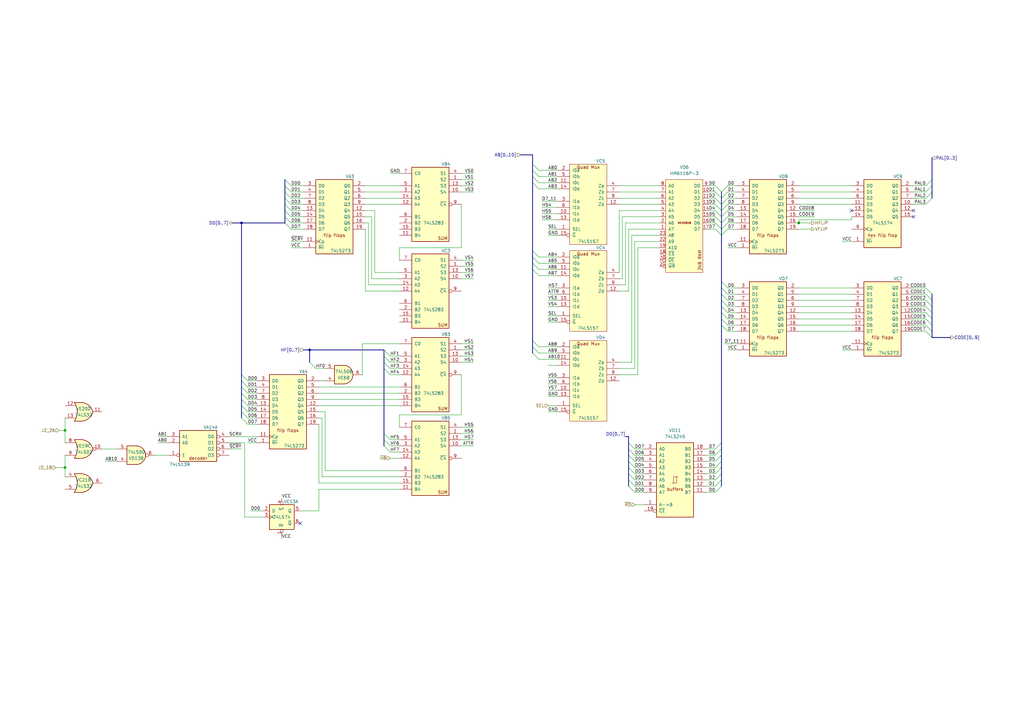
<source format=kicad_sch>
(kicad_sch (version 20231120) (generator "eeschema") (generator_version "8.0")
  (paper "A3")
  (title_block (date "2024-10-12") (company "JOTEGO") (comment 1 "Jose Tejada"))
  (junction (at 99.06 91.44))
  (junction (at 327.66 91.44))
  (junction (at 26.67 176.53))
  (junction (at 127 143.51))
  (junction (at 26.67 191.77))
  (no_connect (at 374.65 86.36))
  (no_connect (at 349.25 86.36))
  (no_connect (at 374.65 88.9))
  (no_connect (at 123.19 214.63))
  (bus_entry (at 379.73 118.11) (size 2.54 2.54))
  (bus_entry (at 293.37 191.77) (size 2.54 -2.54))
  (bus_entry (at 295.91 130.81) (size 2.54 2.54))
  (bus_entry (at 295.91 120.65) (size 2.54 2.54))
  (bus_entry (at 379.73 123.19) (size 2.54 2.54))
  (bus_entry (at 218.44 107.95) (size 2.54 2.54))
  (bus_entry (at 379.73 78.74) (size 2.54 -2.54))
  (bus_entry (at 116.84 73.66) (size 2.54 2.54))
  (bus_entry (at 257.81 189.23) (size 2.54 2.54))
  (bus_entry (at 99.06 156.21) (size 2.54 2.54))
  (bus_entry (at 298.45 78.74) (size -2.54 2.54))
  (bus_entry (at 218.44 74.93) (size 2.54 2.54))
  (bus_entry (at 157.48 148.59) (size 2.54 2.54))
  (bus_entry (at 157.48 146.05) (size 2.54 2.54))
  (bus_entry (at 295.91 115.57) (size 2.54 2.54))
  (bus_entry (at 218.44 69.85) (size 2.54 2.54))
  (bus_entry (at 218.44 110.49) (size 2.54 2.54))
  (bus_entry (at 99.06 163.83) (size 2.54 2.54))
  (bus_entry (at 298.45 81.28) (size -2.54 2.54))
  (bus_entry (at 293.37 81.28) (size 2.54 2.54))
  (bus_entry (at 99.06 153.67) (size 2.54 2.54))
  (bus_entry (at 218.44 144.78) (size 2.54 2.54))
  (bus_entry (at 298.45 86.36) (size -2.54 2.54))
  (bus_entry (at 379.73 130.81) (size 2.54 2.54))
  (bus_entry (at 293.37 201.93) (size 2.54 -2.54))
  (bus_entry (at 157.48 182.88) (size 2.54 2.54))
  (bus_entry (at 218.44 139.7) (size 2.54 2.54))
  (bus_entry (at 379.73 81.28) (size 2.54 -2.54))
  (bus_entry (at 298.45 93.98) (size -2.54 2.54))
  (bus_entry (at 295.91 133.35) (size 2.54 2.54))
  (bus_entry (at 293.37 184.15) (size 2.54 -2.54))
  (bus_entry (at 116.84 78.74) (size 2.54 2.54))
  (bus_entry (at 157.48 151.13) (size 2.54 2.54))
  (bus_entry (at 293.37 76.2) (size 2.54 2.54))
  (bus_entry (at 293.37 88.9) (size 2.54 2.54))
  (bus_entry (at 298.45 88.9) (size -2.54 2.54))
  (bus_entry (at 157.48 180.34) (size 2.54 2.54))
  (bus_entry (at 298.45 91.44) (size -2.54 2.54))
  (bus_entry (at 379.73 83.82) (size 2.54 -2.54))
  (bus_entry (at 293.37 83.82) (size 2.54 2.54))
  (bus_entry (at 293.37 186.69) (size 2.54 -2.54))
  (bus_entry (at 116.84 81.28) (size 2.54 2.54))
  (bus_entry (at 293.37 93.98) (size 2.54 2.54))
  (bus_entry (at 218.44 67.31) (size 2.54 2.54))
  (bus_entry (at 257.81 186.69) (size 2.54 2.54))
  (bus_entry (at 218.44 102.87) (size 2.54 2.54))
  (bus_entry (at 218.44 72.39) (size 2.54 2.54))
  (bus_entry (at 379.73 76.2) (size 2.54 -2.54))
  (bus_entry (at 157.48 143.51) (size 2.54 2.54))
  (bus_entry (at 295.91 118.11) (size 2.54 2.54))
  (bus_entry (at 257.81 194.31) (size 2.54 2.54))
  (bus_entry (at 295.91 125.73) (size 2.54 2.54))
  (bus_entry (at 127 148.59) (size 2.54 2.54))
  (bus_entry (at 157.48 177.8) (size 2.54 2.54))
  (bus_entry (at 116.84 76.2) (size 2.54 2.54))
  (bus_entry (at 257.81 184.15) (size 2.54 2.54))
  (bus_entry (at 257.81 181.61) (size 2.54 2.54))
  (bus_entry (at 293.37 91.44) (size 2.54 2.54))
  (bus_entry (at 218.44 142.24) (size 2.54 2.54))
  (bus_entry (at 298.45 76.2) (size -2.54 2.54))
  (bus_entry (at 99.06 171.45) (size 2.54 2.54))
  (bus_entry (at 99.06 158.75) (size 2.54 2.54))
  (bus_entry (at 295.91 128.27) (size 2.54 2.54))
  (bus_entry (at 293.37 196.85) (size 2.54 -2.54))
  (bus_entry (at 257.81 196.85) (size 2.54 2.54))
  (bus_entry (at 293.37 86.36) (size 2.54 2.54))
  (bus_entry (at 116.84 88.9) (size 2.54 2.54))
  (bus_entry (at 293.37 199.39) (size 2.54 -2.54))
  (bus_entry (at 379.73 125.73) (size 2.54 2.54))
  (bus_entry (at 116.84 83.82) (size 2.54 2.54))
  (bus_entry (at 379.73 120.65) (size 2.54 2.54))
  (bus_entry (at 257.81 191.77) (size 2.54 2.54))
  (bus_entry (at 295.91 123.19) (size 2.54 2.54))
  (bus_entry (at 257.81 199.39) (size 2.54 2.54))
  (bus_entry (at 379.73 133.35) (size 2.54 2.54))
  (bus_entry (at 379.73 128.27) (size 2.54 2.54))
  (bus_entry (at 99.06 166.37) (size 2.54 2.54))
  (bus_entry (at 116.84 86.36) (size 2.54 2.54))
  (bus_entry (at 218.44 105.41) (size 2.54 2.54))
  (bus_entry (at 293.37 194.31) (size 2.54 -2.54))
  (bus_entry (at 116.84 91.44) (size 2.54 2.54))
  (bus_entry (at 298.45 83.82) (size -2.54 2.54))
  (bus_entry (at 99.06 168.91) (size 2.54 2.54))
  (bus_entry (at 293.37 78.74) (size 2.54 2.54))
  (bus_entry (at 293.37 189.23) (size 2.54 -2.54))
  (bus_entry (at 99.06 161.29) (size 2.54 2.54))
  (bus_entry (at 379.73 135.89) (size 2.54 2.54))
  (wire (pts (xy 130.81 163.83) (xy 163.83 163.83)))
  (wire (pts (xy 101.6 156.21) (xy 105.41 156.21)))
  (wire (pts (xy 298.45 130.81) (xy 302.26 130.81)))
  (wire (pts (xy 374.65 133.35) (xy 379.73 133.35)))
  (wire (pts (xy 101.6 173.99) (xy 105.41 173.99)))
  (wire (pts (xy 327.66 76.2) (xy 349.25 76.2)))
  (wire (pts (xy 101.6 163.83) (xy 105.41 163.83)))
  (wire (pts (xy 260.35 99.06) (xy 270.51 99.06)))
  (wire (pts (xy 189.23 177.8) (xy 194.31 177.8)))
  (bus (pts (xy 382.27 138.43) (xy 389.89 138.43)))
  (wire (pts (xy 93.98 179.07) (xy 105.41 179.07)))
  (wire (pts (xy 293.37 184.15) (xy 289.56 184.15)))
  (wire (pts (xy 254 148.59) (xy 259.08 148.59)))
  (wire (pts (xy 298.45 118.11) (xy 302.26 118.11)))
  (bus (pts (xy 218.44 110.49) (xy 218.44 107.95)))
  (wire (pts (xy 119.38 76.2) (xy 124.46 76.2)))
  (wire (pts (xy 149.86 93.98) (xy 149.86 119.38)))
  (bus (pts (xy 99.06 158.75) (xy 99.06 156.21)))
  (wire (pts (xy 130.81 166.37) (xy 163.83 166.37)))
  (bus (pts (xy 382.27 135.89) (xy 382.27 138.43)))
  (wire (pts (xy 374.65 135.89) (xy 379.73 135.89)))
  (wire (pts (xy 374.65 125.73) (xy 379.73 125.73)))
  (wire (pts (xy 160.02 185.42) (xy 163.83 185.42)))
  (wire (pts (xy 130.81 156.21) (xy 133.35 156.21)))
  (wire (pts (xy 260.35 207.01) (xy 264.16 207.01)))
  (bus (pts (xy 257.81 181.61) (xy 257.81 179.07)))
  (wire (pts (xy 119.38 78.74) (xy 124.46 78.74)))
  (wire (pts (xy 298.45 133.35) (xy 302.26 133.35)))
  (bus (pts (xy 382.27 125.73) (xy 382.27 128.27)))
  (wire (pts (xy 293.37 196.85) (xy 289.56 196.85)))
  (bus (pts (xy 218.44 102.87) (xy 218.44 74.93)))
  (wire (pts (xy 63.5 186.69) (xy 68.58 186.69)))
  (wire (pts (xy 298.45 83.82) (xy 302.26 83.82)))
  (wire (pts (xy 220.98 105.41) (xy 228.6 105.41)))
  (wire (pts (xy 260.35 199.39) (xy 264.16 199.39)))
  (wire (pts (xy 151.13 116.84) (xy 163.83 116.84)))
  (wire (pts (xy 297.18 140.97) (xy 302.26 140.97)))
  (wire (pts (xy 189.23 170.18) (xy 163.83 170.18)))
  (wire (pts (xy 130.81 171.45) (xy 132.08 171.45)))
  (wire (pts (xy 290.83 91.44) (xy 293.37 91.44)))
  (bus (pts (xy 99.06 168.91) (xy 99.06 166.37)))
  (wire (pts (xy 153.67 86.36) (xy 153.67 111.76)))
  (wire (pts (xy 224.79 129.54) (xy 228.6 129.54)))
  (wire (pts (xy 260.35 186.69) (xy 264.16 186.69)))
  (wire (pts (xy 259.08 96.52) (xy 270.51 96.52)))
  (wire (pts (xy 327.66 120.65) (xy 349.25 120.65)))
  (wire (pts (xy 374.65 76.2) (xy 379.73 76.2)))
  (wire (pts (xy 160.02 153.67) (xy 163.83 153.67)))
  (wire (pts (xy 149.86 119.38) (xy 163.83 119.38)))
  (wire (pts (xy 100.33 181.61) (xy 100.33 212.09)))
  (wire (pts (xy 254 114.3) (xy 255.27 114.3)))
  (bus (pts (xy 218.44 67.31) (xy 218.44 63.5)))
  (wire (pts (xy 119.38 99.06) (xy 124.46 99.06)))
  (wire (pts (xy 374.65 130.81) (xy 379.73 130.81)))
  (bus (pts (xy 256.54 179.07) (xy 257.81 179.07)))
  (wire (pts (xy 224.79 93.98) (xy 228.6 93.98)))
  (wire (pts (xy 153.67 111.76) (xy 163.83 111.76)))
  (wire (pts (xy 163.83 170.18) (xy 163.83 175.26)))
  (wire (pts (xy 222.25 82.55) (xy 228.6 82.55)))
  (wire (pts (xy 130.81 158.75) (xy 163.83 158.75)))
  (wire (pts (xy 224.79 154.94) (xy 228.6 154.94)))
  (wire (pts (xy 149.86 83.82) (xy 163.83 83.82)))
  (wire (pts (xy 220.98 110.49) (xy 228.6 110.49)))
  (wire (pts (xy 327.66 130.81) (xy 349.25 130.81)))
  (wire (pts (xy 224.79 162.56) (xy 228.6 162.56)))
  (wire (pts (xy 224.79 120.65) (xy 228.6 120.65)))
  (wire (pts (xy 132.08 171.45) (xy 132.08 195.58)))
  (bus (pts (xy 218.44 63.5) (xy 213.36 63.5)))
  (wire (pts (xy 327.66 90.17) (xy 349.25 90.17)))
  (bus (pts (xy 257.81 199.39) (xy 257.81 196.85)))
  (bus (pts (xy 218.44 69.85) (xy 218.44 67.31)))
  (wire (pts (xy 152.4 88.9) (xy 152.4 114.3)))
  (wire (pts (xy 189.23 175.26) (xy 194.31 175.26)))
  (wire (pts (xy 130.81 209.55) (xy 130.81 200.66)))
  (wire (pts (xy 254 119.38) (xy 257.81 119.38)))
  (wire (pts (xy 327.66 83.82) (xy 349.25 83.82)))
  (wire (pts (xy 220.98 72.39) (xy 228.6 72.39)))
  (wire (pts (xy 64.77 179.07) (xy 68.58 179.07)))
  (wire (pts (xy 220.98 147.32) (xy 228.6 147.32)))
  (wire (pts (xy 160.02 71.12) (xy 163.83 71.12)))
  (bus (pts (xy 382.27 128.27) (xy 382.27 130.81)))
  (wire (pts (xy 374.65 120.65) (xy 379.73 120.65)))
  (bus (pts (xy 99.06 171.45) (xy 99.06 168.91)))
  (wire (pts (xy 189.23 78.74) (xy 194.31 78.74)))
  (wire (pts (xy 260.35 191.77) (xy 264.16 191.77)))
  (wire (pts (xy 220.98 69.85) (xy 228.6 69.85)))
  (wire (pts (xy 298.45 120.65) (xy 302.26 120.65)))
  (wire (pts (xy 224.79 96.52) (xy 228.6 96.52)))
  (wire (pts (xy 298.45 93.98) (xy 302.26 93.98)))
  (wire (pts (xy 327.66 135.89) (xy 349.25 135.89)))
  (bus (pts (xy 157.48 146.05) (xy 157.48 143.51)))
  (bus (pts (xy 295.91 96.52) (xy 295.91 115.57)))
  (wire (pts (xy 224.79 157.48) (xy 228.6 157.48)))
  (bus (pts (xy 382.27 130.81) (xy 382.27 133.35)))
  (bus (pts (xy 295.91 191.77) (xy 295.91 189.23)))
  (wire (pts (xy 132.08 195.58) (xy 163.83 195.58)))
  (bus (pts (xy 295.91 199.39) (xy 295.91 196.85)))
  (bus (pts (xy 157.48 180.34) (xy 157.48 177.8)))
  (wire (pts (xy 256.54 91.44) (xy 270.51 91.44)))
  (bus (pts (xy 99.06 91.44) (xy 116.84 91.44)))
  (wire (pts (xy 102.87 209.55) (xy 107.95 209.55)))
  (wire (pts (xy 327.66 81.28) (xy 349.25 81.28)))
  (wire (pts (xy 290.83 81.28) (xy 293.37 81.28)))
  (bus (pts (xy 295.91 196.85) (xy 295.91 194.31)))
  (wire (pts (xy 152.4 114.3) (xy 163.83 114.3)))
  (wire (pts (xy 130.81 198.12) (xy 163.83 198.12)))
  (wire (pts (xy 64.77 181.61) (xy 68.58 181.61)))
  (wire (pts (xy 130.81 173.99) (xy 130.81 198.12)))
  (wire (pts (xy 220.98 77.47) (xy 228.6 77.47)))
  (wire (pts (xy 293.37 194.31) (xy 289.56 194.31)))
  (wire (pts (xy 345.44 99.06) (xy 349.25 99.06)))
  (wire (pts (xy 189.23 109.22) (xy 194.31 109.22)))
  (bus (pts (xy 295.91 128.27) (xy 295.91 130.81)))
  (bus (pts (xy 295.91 123.19) (xy 295.91 125.73)))
  (wire (pts (xy 189.23 182.88) (xy 194.31 182.88)))
  (wire (pts (xy 224.79 132.08) (xy 228.6 132.08)))
  (wire (pts (xy 260.35 151.13) (xy 260.35 99.06)))
  (wire (pts (xy 130.81 200.66) (xy 163.83 200.66)))
  (wire (pts (xy 220.98 113.03) (xy 228.6 113.03)))
  (wire (pts (xy 160.02 182.88) (xy 163.83 182.88)))
  (bus (pts (xy 295.91 83.82) (xy 295.91 86.36)))
  (wire (pts (xy 149.86 91.44) (xy 151.13 91.44)))
  (wire (pts (xy 130.81 168.91) (xy 133.35 168.91)))
  (wire (pts (xy 256.54 116.84) (xy 256.54 91.44)))
  (bus (pts (xy 124.46 143.51) (xy 127 143.51)))
  (wire (pts (xy 133.35 168.91) (xy 133.35 193.04)))
  (wire (pts (xy 189.23 140.97) (xy 194.31 140.97)))
  (wire (pts (xy 374.65 118.11) (xy 379.73 118.11)))
  (wire (pts (xy 224.79 160.02) (xy 228.6 160.02)))
  (wire (pts (xy 151.13 91.44) (xy 151.13 116.84)))
  (bus (pts (xy 382.27 64.77) (xy 382.27 73.66)))
  (wire (pts (xy 189.23 146.05) (xy 194.31 146.05)))
  (wire (pts (xy 374.65 128.27) (xy 379.73 128.27)))
  (wire (pts (xy 298.45 135.89) (xy 302.26 135.89)))
  (wire (pts (xy 133.35 193.04) (xy 163.83 193.04)))
  (wire (pts (xy 298.45 76.2) (xy 302.26 76.2)))
  (bus (pts (xy 99.06 166.37) (xy 99.06 163.83)))
  (bus (pts (xy 382.27 76.2) (xy 382.27 78.74)))
  (wire (pts (xy 260.35 196.85) (xy 264.16 196.85)))
  (bus (pts (xy 295.91 93.98) (xy 295.91 96.52)))
  (wire (pts (xy 260.35 201.93) (xy 264.16 201.93)))
  (wire (pts (xy 327.66 118.11) (xy 349.25 118.11)))
  (wire (pts (xy 349.25 88.9) (xy 349.25 90.17)))
  (wire (pts (xy 160.02 148.59) (xy 163.83 148.59)))
  (wire (pts (xy 101.6 168.91) (xy 105.41 168.91)))
  (wire (pts (xy 189.23 111.76) (xy 194.31 111.76)))
  (bus (pts (xy 218.44 105.41) (xy 218.44 102.87)))
  (wire (pts (xy 254 76.2) (xy 270.51 76.2)))
  (bus (pts (xy 295.91 130.81) (xy 295.91 133.35)))
  (wire (pts (xy 149.86 76.2) (xy 163.83 76.2)))
  (bus (pts (xy 218.44 139.7) (xy 218.44 110.49)))
  (wire (pts (xy 345.44 143.51) (xy 349.25 143.51)))
  (wire (pts (xy 101.6 158.75) (xy 105.41 158.75)))
  (wire (pts (xy 257.81 93.98) (xy 270.51 93.98)))
  (wire (pts (xy 189.23 114.3) (xy 194.31 114.3)))
  (bus (pts (xy 116.84 76.2) (xy 116.84 78.74)))
  (wire (pts (xy 374.65 78.74) (xy 379.73 78.74)))
  (bus (pts (xy 257.81 189.23) (xy 257.81 186.69)))
  (wire (pts (xy 130.81 161.29) (xy 163.83 161.29)))
  (wire (pts (xy 293.37 191.77) (xy 289.56 191.77)))
  (wire (pts (xy 290.83 76.2) (xy 293.37 76.2)))
  (wire (pts (xy 123.19 209.55) (xy 130.81 209.55)))
  (wire (pts (xy 298.45 78.74) (xy 302.26 78.74)))
  (wire (pts (xy 189.23 83.82) (xy 189.23 101.6)))
  (wire (pts (xy 26.67 186.69) (xy 26.67 191.77)))
  (wire (pts (xy 163.83 101.6) (xy 163.83 106.68)))
  (bus (pts (xy 295.91 81.28) (xy 295.91 83.82)))
  (bus (pts (xy 295.91 118.11) (xy 295.91 120.65)))
  (wire (pts (xy 189.23 73.66) (xy 194.31 73.66)))
  (wire (pts (xy 290.83 78.74) (xy 293.37 78.74)))
  (wire (pts (xy 149.86 78.74) (xy 163.83 78.74)))
  (bus (pts (xy 295.91 78.74) (xy 295.91 81.28)))
  (wire (pts (xy 298.45 143.51) (xy 302.26 143.51)))
  (bus (pts (xy 295.91 88.9) (xy 295.91 91.44)))
  (bus (pts (xy 116.84 83.82) (xy 116.84 86.36)))
  (wire (pts (xy 220.98 74.93) (xy 228.6 74.93)))
  (wire (pts (xy 290.83 93.98) (xy 293.37 93.98)))
  (bus (pts (xy 295.91 184.15) (xy 295.91 181.61)))
  (wire (pts (xy 149.86 86.36) (xy 153.67 86.36)))
  (wire (pts (xy 327.66 88.9) (xy 334.01 88.9)))
  (wire (pts (xy 374.65 123.19) (xy 379.73 123.19)))
  (wire (pts (xy 119.38 88.9) (xy 124.46 88.9)))
  (wire (pts (xy 189.23 180.34) (xy 194.31 180.34)))
  (wire (pts (xy 327.66 128.27) (xy 349.25 128.27)))
  (bus (pts (xy 99.06 161.29) (xy 99.06 158.75)))
  (wire (pts (xy 26.67 176.53) (xy 26.67 181.61)))
  (wire (pts (xy 43.18 189.23) (xy 48.26 189.23)))
  (wire (pts (xy 119.38 83.82) (xy 124.46 83.82)))
  (wire (pts (xy 255.27 114.3) (xy 255.27 88.9)))
  (bus (pts (xy 218.44 144.78) (xy 218.44 142.24)))
  (bus (pts (xy 157.48 148.59) (xy 157.48 146.05)))
  (wire (pts (xy 327.66 133.35) (xy 349.25 133.35)))
  (bus (pts (xy 116.84 78.74) (xy 116.84 81.28)))
  (bus (pts (xy 295.91 86.36) (xy 295.91 88.9)))
  (wire (pts (xy 93.98 184.15) (xy 99.06 184.15)))
  (wire (pts (xy 374.65 81.28) (xy 379.73 81.28)))
  (wire (pts (xy 220.98 144.78) (xy 228.6 144.78)))
  (wire (pts (xy 220.98 107.95) (xy 228.6 107.95)))
  (bus (pts (xy 218.44 107.95) (xy 218.44 105.41)))
  (wire (pts (xy 220.98 142.24) (xy 228.6 142.24)))
  (wire (pts (xy 254 151.13) (xy 260.35 151.13)))
  (wire (pts (xy 293.37 199.39) (xy 289.56 199.39)))
  (wire (pts (xy 254 81.28) (xy 270.51 81.28)))
  (wire (pts (xy 160.02 151.13) (xy 163.83 151.13)))
  (wire (pts (xy 254 116.84) (xy 256.54 116.84)))
  (wire (pts (xy 115.57 220.98) (xy 115.57 219.71)))
  (bus (pts (xy 295.91 91.44) (xy 295.91 93.98)))
  (bus (pts (xy 295.91 189.23) (xy 295.91 186.69)))
  (wire (pts (xy 26.67 171.45) (xy 26.67 176.53)))
  (wire (pts (xy 160.02 146.05) (xy 163.83 146.05)))
  (bus (pts (xy 382.27 133.35) (xy 382.27 135.89)))
  (wire (pts (xy 290.83 86.36) (xy 293.37 86.36)))
  (wire (pts (xy 119.38 101.6) (xy 124.46 101.6)))
  (bus (pts (xy 116.84 73.66) (xy 116.84 76.2)))
  (bus (pts (xy 295.91 125.73) (xy 295.91 128.27)))
  (wire (pts (xy 93.98 181.61) (xy 100.33 181.61)))
  (bus (pts (xy 382.27 73.66) (xy 382.27 76.2)))
  (wire (pts (xy 298.45 125.73) (xy 302.26 125.73)))
  (wire (pts (xy 374.65 83.82) (xy 379.73 83.82)))
  (wire (pts (xy 22.86 191.77) (xy 26.67 191.77)))
  (wire (pts (xy 189.23 148.59) (xy 194.31 148.59)))
  (wire (pts (xy 100.33 212.09) (xy 107.95 212.09)))
  (bus (pts (xy 382.27 78.74) (xy 382.27 81.28)))
  (bus (pts (xy 95.25 91.44) (xy 99.06 91.44)))
  (bus (pts (xy 116.84 88.9) (xy 116.84 91.44)))
  (wire (pts (xy 149.86 88.9) (xy 152.4 88.9)))
  (wire (pts (xy 222.25 90.17) (xy 228.6 90.17)))
  (bus (pts (xy 295.91 194.31) (xy 295.91 191.77)))
  (bus (pts (xy 116.84 81.28) (xy 116.84 83.82)))
  (bus (pts (xy 127 143.51) (xy 157.48 143.51)))
  (wire (pts (xy 24.13 176.53) (xy 26.67 176.53)))
  (bus (pts (xy 157.48 177.8) (xy 157.48 151.13)))
  (wire (pts (xy 298.45 128.27) (xy 302.26 128.27)))
  (wire (pts (xy 293.37 186.69) (xy 289.56 186.69)))
  (wire (pts (xy 255.27 88.9) (xy 270.51 88.9)))
  (bus (pts (xy 257.81 184.15) (xy 257.81 181.61)))
  (wire (pts (xy 327.66 91.44) (xy 332.74 91.44)))
  (wire (pts (xy 298.45 81.28) (xy 302.26 81.28)))
  (wire (pts (xy 260.35 189.23) (xy 264.16 189.23)))
  (wire (pts (xy 327.66 78.74) (xy 349.25 78.74)))
  (wire (pts (xy 327.66 93.98) (xy 332.74 93.98)))
  (wire (pts (xy 293.37 189.23) (xy 289.56 189.23)))
  (wire (pts (xy 254 153.67) (xy 261.62 153.67)))
  (bus (pts (xy 116.84 86.36) (xy 116.84 88.9)))
  (wire (pts (xy 298.45 91.44) (xy 302.26 91.44)))
  (wire (pts (xy 298.45 101.6) (xy 302.26 101.6)))
  (wire (pts (xy 298.45 88.9) (xy 302.26 88.9)))
  (wire (pts (xy 189.23 101.6) (xy 163.83 101.6)))
  (bus (pts (xy 99.06 163.83) (xy 99.06 161.29)))
  (wire (pts (xy 290.83 88.9) (xy 293.37 88.9)))
  (bus (pts (xy 295.91 120.65) (xy 295.91 123.19)))
  (wire (pts (xy 254 111.76) (xy 254 86.36)))
  (wire (pts (xy 189.23 106.68) (xy 194.31 106.68)))
  (wire (pts (xy 189.23 153.67) (xy 189.23 170.18)))
  (wire (pts (xy 148.59 140.97) (xy 163.83 140.97)))
  (wire (pts (xy 101.6 166.37) (xy 105.41 166.37)))
  (bus (pts (xy 295.91 181.61) (xy 295.91 133.35)))
  (wire (pts (xy 261.62 153.67) (xy 261.62 101.6)))
  (wire (pts (xy 160.02 180.34) (xy 163.83 180.34)))
  (wire (pts (xy 222.25 85.09) (xy 228.6 85.09)))
  (wire (pts (xy 327.66 123.19) (xy 349.25 123.19)))
  (wire (pts (xy 119.38 86.36) (xy 124.46 86.36)))
  (wire (pts (xy 189.23 143.51) (xy 194.31 143.51)))
  (wire (pts (xy 189.23 76.2) (xy 194.31 76.2)))
  (bus (pts (xy 218.44 74.93) (xy 218.44 72.39)))
  (bus (pts (xy 382.27 120.65) (xy 382.27 123.19)))
  (bus (pts (xy 257.81 194.31) (xy 257.81 191.77)))
  (wire (pts (xy 224.79 149.86) (xy 228.6 149.86)))
  (wire (pts (xy 224.79 118.11) (xy 228.6 118.11)))
  (wire (pts (xy 327.66 125.73) (xy 349.25 125.73)))
  (bus (pts (xy 127 143.51) (xy 127 148.59)))
  (wire (pts (xy 119.38 91.44) (xy 124.46 91.44)))
  (wire (pts (xy 293.37 201.93) (xy 289.56 201.93)))
  (wire (pts (xy 129.54 151.13) (xy 133.35 151.13)))
  (bus (pts (xy 382.27 123.19) (xy 382.27 125.73)))
  (wire (pts (xy 290.83 83.82) (xy 293.37 83.82)))
  (wire (pts (xy 149.86 81.28) (xy 163.83 81.28)))
  (bus (pts (xy 257.81 186.69) (xy 257.81 184.15)))
  (wire (pts (xy 119.38 81.28) (xy 124.46 81.28)))
  (wire (pts (xy 148.59 153.67) (xy 148.59 140.97)))
  (wire (pts (xy 101.6 171.45) (xy 105.41 171.45)))
  (wire (pts (xy 260.35 194.31) (xy 264.16 194.31)))
  (wire (pts (xy 119.38 93.98) (xy 124.46 93.98)))
  (bus (pts (xy 157.48 182.88) (xy 157.48 180.34)))
  (wire (pts (xy 222.25 87.63) (xy 228.6 87.63)))
  (wire (pts (xy 101.6 181.61) (xy 105.41 181.61)))
  (wire (pts (xy 224.79 168.91) (xy 228.6 168.91)))
  (bus (pts (xy 257.81 191.77) (xy 257.81 189.23)))
  (wire (pts (xy 260.35 184.15) (xy 264.16 184.15)))
  (wire (pts (xy 327.66 86.36) (xy 334.01 86.36)))
  (bus (pts (xy 295.91 115.57) (xy 295.91 118.11)))
  (wire (pts (xy 26.67 191.77) (xy 26.67 195.58)))
  (wire (pts (xy 41.91 184.15) (xy 48.26 184.15)))
  (bus (pts (xy 218.44 142.24) (xy 218.44 139.7)))
  (wire (pts (xy 298.45 123.19) (xy 302.26 123.19)))
  (wire (pts (xy 254 86.36) (xy 270.51 86.36)))
  (wire (pts (xy 224.79 125.73) (xy 228.6 125.73)))
  (wire (pts (xy 254 83.82) (xy 270.51 83.82)))
  (wire (pts (xy 254 78.74) (xy 270.51 78.74)))
  (bus (pts (xy 218.44 72.39) (xy 218.44 69.85)))
  (bus (pts (xy 295.91 186.69) (xy 295.91 184.15)))
  (wire (pts (xy 257.81 119.38) (xy 257.81 93.98)))
  (wire (pts (xy 224.79 166.37) (xy 228.6 166.37)))
  (wire (pts (xy 327.66 91.44) (xy 327.66 90.17)))
  (bus (pts (xy 257.81 196.85) (xy 257.81 194.31)))
  (wire (pts (xy 101.6 161.29) (xy 105.41 161.29)))
  (bus (pts (xy 157.48 151.13) (xy 157.48 148.59)))
  (wire (pts (xy 189.23 71.12) (xy 194.31 71.12)))
  (wire (pts (xy 160.02 187.96) (xy 163.83 187.96)))
  (bus (pts (xy 99.06 156.21) (xy 99.06 153.67)))
  (bus (pts (xy 99.06 153.67) (xy 99.06 91.44)))
  (wire (pts (xy 259.08 148.59) (xy 259.08 96.52)))
  (wire (pts (xy 261.62 101.6) (xy 270.51 101.6)))
  (wire (pts (xy 224.79 123.19) (xy 228.6 123.19)))
  (wire (pts (xy 298.45 86.36) (xy 302.26 86.36)))
  (label "~{SCRY}" (at 119.38 99.06 0))
  (label "VS6" (at 224.79 157.48 0))
  (label "D2" (at 293.37 196.85 180))
  (label "PAL0" (at 379.73 76.2 180))
  (label "DD0" (at 102.87 209.55 0))
  (label "DD6" (at 101.6 171.45 0))
  (label "CODE9" (at 334.01 88.9 180))
  (label "D4" (at 293.37 191.77 180))
  (label "D1" (at 293.37 199.39 180))
  (label "VS5" (at 224.79 154.94 0))
  (label "DD1" (at 260.35 199.39 0))
  (label "AB2" (at 224.79 74.93 0))
  (label "ATTR" (at 194.31 182.88 180))
  (label "DD7" (at 101.6 173.99 0))
  (label "D4" (at 298.45 128.27 0))
  (label "GND" (at 224.79 96.52 0))
  (label "DD7" (at 119.38 93.98 0))
  (label "D1" (at 293.37 78.74 180))
  (label "AB4" (at 224.79 105.41 0))
  (label "AB8" (at 224.79 142.24 0))
  (label "GND" (at 224.79 162.56 0))
  (label "VS7" (at 194.31 114.3 180))
  (label "CODE8" (at 334.01 86.36 180))
  (label "D1" (at 298.45 120.65 0))
  (label "HS4" (at 194.31 148.59 180))
  (label "HS5" (at 222.25 87.63 0))
  (label "CODE2" (at 379.73 123.19 180))
  (label "AB0" (at 224.79 69.85 0))
  (label "VCC" (at 345.44 99.06 0))
  (label "ATTR" (at 224.79 120.65 0))
  (label "VCC" (at 115.57 220.98 0))
  (label "CODE6" (at 379.73 133.35 180))
  (label "DD3" (at 260.35 194.31 0))
  (label "PAL1" (at 379.73 78.74 180))
  (label "VS6" (at 194.31 111.76 180))
  (label "VS3" (at 194.31 78.74 180))
  (label "DD2" (at 260.35 196.85 0))
  (label "HS5" (at 194.31 175.26 180))
  (label "DD7" (at 260.35 184.15 0))
  (label "HF3" (at 160.02 151.13 0))
  (label "PAL2" (at 379.73 81.28 180))
  (label "GND" (at 160.02 71.12 0))
  (label "VCC" (at 345.44 143.51 0))
  (label "DD3" (at 119.38 83.82 0))
  (label "HF4" (at 160.02 153.67 0))
  (label "D7" (at 293.37 184.15 180))
  (label "~{SCRY}" (at 99.06 184.15 180))
  (label "DD0" (at 260.35 201.93 0))
  (label "D6" (at 293.37 186.69 180))
  (label "D2" (at 298.45 123.19 0))
  (label "HF7" (at 160.02 185.42 0))
  (label "D0" (at 293.37 76.2 180))
  (label "DD2" (at 101.6 161.29 0))
  (label "D0" (at 298.45 118.11 0))
  (label "D3" (at 298.45 125.73 0))
  (label "AB10" (at 43.18 189.23 0))
  (label "D5" (at 293.37 189.23 180))
  (label "AB7" (at 224.79 113.03 0))
  (label "D3" (at 293.37 194.31 180))
  (label "HF1" (at 160.02 146.05 0))
  (label "HF5" (at 160.02 180.34 0))
  (label "VS5" (at 194.31 109.22 180))
  (label "D7" (at 298.45 93.98 0))
  (label "DD[0..7]" (at 256.54 179.07 180))
  (label "DD4" (at 119.38 86.36 0))
  (label "GND" (at 224.79 132.08 0))
  (label "SEL" (at 224.79 129.54 0))
  (label "D5" (at 298.45 130.81 0))
  (label "DD4" (at 101.6 166.37 0))
  (label "DD5" (at 260.35 189.23 0))
  (label "VCC" (at 101.6 181.61 0))
  (label "AB6" (at 224.79 110.49 0))
  (label "D7_11" (at 297.18 140.97 0))
  (label "HS7" (at 194.31 180.34 180))
  (label "D2" (at 293.37 81.28 180))
  (label "VCC" (at 115.57 204.47 0))
  (label "DD6" (at 119.38 91.44 0))
  (label "DD1" (at 119.38 78.74 0))
  (label "HS1" (at 194.31 140.97 180))
  (label "DD5" (at 101.6 168.91 0))
  (label "DD3" (at 101.6 163.83 0))
  (label "DD1" (at 101.6 158.75 0))
  (label "D7" (at 293.37 93.98 180))
  (label "D0" (at 293.37 201.93 180))
  (label "HS3" (at 194.31 146.05 180))
  (label "AB10" (at 224.79 147.32 0))
  (label "D4" (at 293.37 86.36 180))
  (label "D6" (at 298.45 133.35 0))
  (label "DD6" (at 260.35 186.69 0))
  (label "SEL" (at 224.79 93.98 0))
  (label "CODE1" (at 379.73 120.65 180))
  (label "VCC" (at 119.38 101.6 0))
  (label "D2" (at 298.45 81.28 0))
  (label "AB0" (at 64.77 181.61 0))
  (label "D3" (at 298.45 83.82 0))
  (label "AB1" (at 64.77 179.07 0))
  (label "VS7" (at 224.79 160.02 0))
  (label "VS1" (at 194.31 73.66 180))
  (label "AB3" (at 224.79 77.47 0))
  (label "VS3" (at 224.79 123.19 0))
  (label "HF0" (at 129.54 151.13 0))
  (label "HF6" (at 160.02 182.88 0))
  (label "PAL3" (at 379.73 83.82 180))
  (label "CODE3" (at 379.73 125.73 180))
  (label "DD0" (at 101.6 156.21 0))
  (label "VCC" (at 298.45 101.6 0))
  (label "CODE0" (at 379.73 118.11 180))
  (label "VS0" (at 194.31 71.12 180))
  (label "DD0" (at 119.38 76.2 0))
  (label "HS2" (at 194.31 143.51 180))
  (label "AB1" (at 224.79 72.39 0))
  (label "HS7" (at 224.79 118.11 0))
  (label "D6" (at 298.45 91.44 0))
  (label "D7" (at 298.45 135.89 0))
  (label "DD4" (at 260.35 191.77 0))
  (label "VS2" (at 194.31 76.2 180))
  (label "VS4" (at 194.31 106.68 180))
  (label "D3" (at 293.37 83.82 180))
  (label "D1" (at 298.45 78.74 0))
  (label "D0" (at 298.45 76.2 0))
  (label "HS4" (at 222.25 85.09 0))
  (label "DD5" (at 119.38 88.9 0))
  (label "HF2" (at 160.02 148.59 0))
  (label "D6" (at 293.37 91.44 180))
  (label "VS4" (at 224.79 125.73 0))
  (label "D4" (at 298.45 86.36 0))
  (label "D7_11" (at 222.25 82.55 0))
  (label "HS6" (at 222.25 90.17 0))
  (label "D5" (at 298.45 88.9 0))
  (label "CODE7" (at 379.73 135.89 180))
  (label "D5" (at 293.37 88.9 180))
  (label "CODE5" (at 379.73 130.81 180))
  (label "CODE4" (at 379.73 128.27 180))
  (label "AB5" (at 224.79 107.95 0))
  (label "AB9" (at 224.79 144.78 0))
  (label "DD2" (at 119.38 81.28 0))
  (label "VCC" (at 298.45 143.51 0))
  (label "GND" (at 224.79 168.91 0))
  (label "HS6" (at 194.31 177.8 180))
  (label "SCRX" (at 93.98 179.07 0))
  (hierarchical_label "AB[0..10]" (shape input) (at 213.36 63.5 180))
  (hierarchical_label "CODE[0..9]" (shape output) (at 389.89 138.43 0))
  (hierarchical_label "J2_18" (shape input) (at 22.86 191.77 180))
  (hierarchical_label "SEL" (shape input) (at 224.79 166.37 180))
  (hierarchical_label "~{RD}" (shape input) (at 260.35 207.01 180))
  (hierarchical_label "J2_26" (shape input) (at 24.13 176.53 180))
  (hierarchical_label "PAL[0..3]" (shape input) (at 382.27 64.77 0))
  (hierarchical_label "VFLIP" (shape output) (at 332.74 93.98 0))
  (hierarchical_label "HF[0..7]" (shape input) (at 124.46 143.51 180))
  (hierarchical_label "~{H8}" (shape input) (at 160.02 187.96 180))
  (hierarchical_label "DD[0..7]" (shape bidirectional) (at 95.25 91.44 180))
  (hierarchical_label "HFLIP" (shape output) (at 332.74 91.44 0))
  (symbol (lib_id "jt74:74LS273") (at 314.96 88.9 0) (unit 1)
    (property "Reference" "VD9" (at 321.31 72.39 0))
    (property "Value" "74LS273" (at 317.5 102.87 0))
    (property "Datasheet" "http://www.ti.com/lit/gpn/sn74LS273" (effects (hide yes)))
    (property "Description" "8-bit D Flip-Flop, reset" (effects (hide yes)))
  )
  (symbol (lib_id "jt74:74LS273") (at 118.11 168.91 0) (unit 1)
    (property "Reference" "VA4" (at 124.46 152.4 0))
    (property "Value" "74LS273" (at 120.65 182.88 0))
    (property "Datasheet" "http://www.ti.com/lit/gpn/sn74LS273" (effects (hide yes)))
    (property "Description" "8-bit D Flip-Flop, reset" (effects (hide yes)))
  )
  (symbol (lib_id "jt74:74LS273") (at 361.95 130.81 0) (unit 1)
    (property "Reference" "VC7" (at 368.3 114.3 0))
    (property "Value" "74LS273" (at 364.49 144.78 0))
    (property "Datasheet" "http://www.ti.com/lit/gpn/sn74LS273" (effects (hide yes)))
    (property "Description" "8-bit D Flip-Flop, reset" (effects (hide yes)))
  )
  (symbol (lib_id "jt74:74LS283") (at 176.53 119.38 0) (unit 1)
    (property "Reference" "VC3" (at 182.88 102.87 0))
    (property "Value" "74LS283" (at 177.8 127 0))
    (property "Datasheet" "http://www.ti.com/lit/gpn/sn74LS283" (effects (hide yes)))
    (property "Description" "4-bit full Adder" (effects (hide yes)))
  )
  (symbol (lib_id "jt74:74LS32") (at 34.29 168.91 0) (unit 4)
    (property "Reference" "VE20" (at 34.29 167.64 0))
    (property "Value" "74LS32" (at 34.29 170.18 0))
    (property "Datasheet" "http://www.ti.com/lit/gpn/sn74LS32" (effects (hide yes)))
    (property "Description" "Quad 2-input OR" (effects (hide yes)))
  )
  (symbol (lib_id "jt74:74LS00") (at 55.88 186.69 0) (mirror x) (unit 2)
    (property "Reference" "VD13" (at 55.88 187.96 0))
    (property "Value" "74LS00" (at 55.88 185.42 0))
    (property "Datasheet" "http://www.ti.com/lit/gpn/sn74ls00" (effects (hide yes)))
    (property "Description" "quad 2-input NAND gate" (effects (hide yes)))
  )
  (symbol (lib_id "arcade:HM6116P-3") (at 280.67 91.44 0) (unit 1)
    (property "Reference" "VD6" (at 280.67 68.58 0))
    (property "Value" "HM6116P-3" (at 280.67 71.12 0))
    (property "Datasheet" "https://www.alldatasheet.com/datasheet-pdf/pdf/77359/HITACHI/HM6116.html" (effects (hide yes)))
  )
  (symbol (lib_id "jt74:74LS74") (at 115.57 212.09 0) (unit 1)
    (property "Reference" "VC13" (at 119.38 205.74 0))
    (property "Value" "74LS74" (at 115.57 212.09 0))
    (property "Datasheet" "74xx/74hc_hct74.pdf" (effects (hide yes)))
    (property "Description" "Dual D Flip-flop, Set & Reset" (effects (hide yes)))
  )
  (symbol (lib_id "jt74:74LS08") (at 140.97 153.67 0) (mirror x) (unit 2)
    (property "Reference" "VC6" (at 140.97 154.94 0))
    (property "Value" "74LS08" (at 140.97 152.4 0))
    (property "Datasheet" "http://www.ti.com/lit/gpn/sn74LS08" (effects (hide yes)))
    (property "Description" "Quad And2" (effects (hide yes)))
  )
  (symbol (lib_id "jt74:74LS273") (at 314.96 130.81 0) (unit 1)
    (property "Reference" "VD7" (at 321.31 114.3 0))
    (property "Value" "74LS273" (at 317.5 144.78 0))
    (property "Datasheet" "http://www.ti.com/lit/gpn/sn74LS273" (effects (hide yes)))
    (property "Description" "8-bit D Flip-Flop, reset" (effects (hide yes)))
  )
  (symbol (lib_id "jt74:74LS157") (at 241.3 118.11 0) (unit 1)
    (property "Reference" "VC4" (at 246.38 101.6 0))
    (property "Value" "74LS157" (at 241.3 134.62 0))
    (property "Datasheet" "https://www.alldatasheet.com/datasheet-pdf/pdf/27402/TI/74LS157.html" (effects (hide yes)))
    (property "Description" "Quad 2 to 1 line Multiplexer" (effects (hide yes)))
  )
  (symbol (lib_id "jt74:74LS174") (at 361.95 86.36 0) (unit 1)
    (property "Reference" "VC9" (at 368.3 72.39 0))
    (property "Value" "74LS174" (at 361.95 91.44 0))
    (property "Datasheet" "http://www.ti.com/lit/gpn/sn74LS174" (effects (hide yes)))
    (property "Description" "Hex D-type Flip-Flop, reset" (effects (hide yes)))
  )
  (symbol (lib_id "jt74:74LS283") (at 176.53 187.96 0) (unit 1)
    (property "Reference" "VB5" (at 182.88 171.45 0))
    (property "Value" "74LS283" (at 177.8 195.58 0))
    (property "Datasheet" "http://www.ti.com/lit/gpn/sn74LS283" (effects (hide yes)))
    (property "Description" "4-bit full Adder" (effects (hide yes)))
  )
  (symbol (lib_id "jt74:74LS32") (at 34.29 198.12 0) (unit 2)
    (property "Reference" "VC21" (at 34.29 196.85 0))
    (property "Value" "74LS32" (at 34.29 199.39 0))
    (property "Datasheet" "http://www.ti.com/lit/gpn/sn74LS32" (effects (hide yes)))
    (property "Description" "Quad 2-input OR" (effects (hide yes)))
  )
  (symbol (lib_id "jt74:74LS139") (at 81.28 181.61 0) (unit 1)
    (property "Reference" "VA14" (at 86.36 175.26 0))
    (property "Value" "74LS139" (at 73.66 190.5 0))
    (property "Datasheet" "http://www.ti.com/lit/gpn/sn74LS139" (effects (hide yes)))
    (property "Description" "Dual Decoder 1 of 4, Active low outputs" (effects (hide yes)))
  )
  (symbol (lib_id "jt74:74LS157") (at 241.3 154.94 0) (unit 1)
    (property "Reference" "VD4" (at 246.38 138.43 0))
    (property "Value" "74LS157" (at 241.3 171.45 0))
    (property "Datasheet" "https://www.alldatasheet.com/datasheet-pdf/pdf/27402/TI/74LS157.html" (effects (hide yes)))
    (property "Description" "Quad 2 to 1 line Multiplexer" (effects (hide yes)))
  )
  (symbol (lib_id "jt74:74LS245") (at 276.86 196.85 0) (unit 1)
    (property "Reference" "VD11" (at 276.86 176.53 0))
    (property "Value" "74LS245" (at 276.86 179.07 0))
    (property "Datasheet" "http://www.ti.com/lit/gpn/sn74LS245" (effects (hide yes)))
    (property "Description" "Octal BUS Transceivers, 3-State outputs" (effects (hide yes)))
  )
  (symbol (lib_id "jt74:74LS157") (at 241.3 82.55 0) (unit 1)
    (property "Reference" "VC5" (at 246.38 66.04 0))
    (property "Value" "74LS157" (at 241.3 99.06 0))
    (property "Datasheet" "https://www.alldatasheet.com/datasheet-pdf/pdf/27402/TI/74LS157.html" (effects (hide yes)))
    (property "Description" "Quad 2 to 1 line Multiplexer" (effects (hide yes)))
  )
  (symbol (lib_id "jt74:74LS283") (at 176.53 83.82 0) (unit 1)
    (property "Reference" "VB4" (at 182.88 67.31 0))
    (property "Value" "74LS283" (at 177.8 91.44 0))
    (property "Datasheet" "http://www.ti.com/lit/gpn/sn74LS283" (effects (hide yes)))
    (property "Description" "4-bit full Adder" (effects (hide yes)))
  )
  (symbol (lib_id "jt74:74LS02") (at 34.29 184.15 0) (unit 3)
    (property "Reference" "VE19" (at 34.29 182.88 0))
    (property "Value" "74LS02" (at 34.29 185.42 0))
    (property "Datasheet" "http://www.ti.com/lit/gpn/sn74ls02" (effects (hide yes)))
    (property "Description" "quad 2-input NOR gate" (effects (hide yes)))
  )
  (symbol (lib_id "jt74:74LS283") (at 176.53 153.67 0) (unit 1)
    (property "Reference" "VB3" (at 182.88 137.16 0))
    (property "Value" "74LS283" (at 177.8 161.29 0))
    (property "Datasheet" "http://www.ti.com/lit/gpn/sn74LS283" (effects (hide yes)))
    (property "Description" "4-bit full Adder" (effects (hide yes)))
  )
  (symbol (lib_id "jt74:74LS273") (at 137.16 88.9 0) (unit 1)
    (property "Reference" "VA3" (at 143.51 72.39 0))
    (property "Value" "74LS273" (at 139.7 102.87 0))
    (property "Datasheet" "http://www.ti.com/lit/gpn/sn74LS273" (effects (hide yes)))
    (property "Description" "8-bit D Flip-Flop, reset" (effects (hide yes)))
  )
)
</source>
